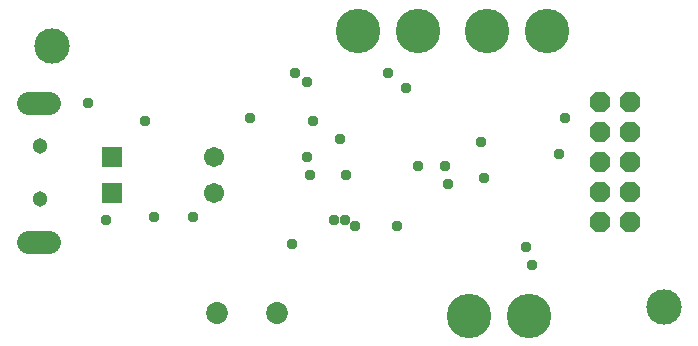
<source format=gbr>
G04 EAGLE Gerber RS-274X export*
G75*
%MOMM*%
%FSLAX34Y34*%
%LPD*%
%INSoldermask Bottom*%
%IPPOS*%
%AMOC8*
5,1,8,0,0,1.08239X$1,22.5*%
G01*
%ADD10R,1.711200X1.711200*%
%ADD11C,1.711200*%
%ADD12C,3.759200*%
%ADD13C,1.981200*%
%ADD14C,1.303200*%
%ADD15C,1.003200*%
%ADD16P,1.869504X8X292.500000*%
%ADD17C,1.854200*%
%ADD18C,3.003200*%
%ADD19C,0.959600*%


D10*
X91370Y134620D03*
D11*
X177870Y134620D03*
D10*
X91370Y165100D03*
D11*
X177870Y165100D03*
D12*
X459740Y271780D03*
X408940Y271780D03*
D13*
X38450Y210100D02*
X20670Y210100D01*
X20670Y93100D02*
X38450Y93100D01*
D14*
X30260Y174100D03*
X30260Y129100D03*
D15*
X33560Y93100D03*
X37560Y93100D03*
X25560Y93100D03*
X21560Y93100D03*
X33560Y210100D03*
X37560Y210100D03*
X25560Y210100D03*
X21560Y210100D03*
D12*
X444500Y30480D03*
X393700Y30480D03*
X299720Y271780D03*
X350520Y271780D03*
D16*
X504940Y211620D03*
X504940Y186220D03*
X504940Y160820D03*
X504940Y135420D03*
X504940Y110020D03*
X530340Y211620D03*
X530340Y186220D03*
X530340Y160820D03*
X530340Y135420D03*
X530340Y110020D03*
D17*
X231140Y33020D03*
X180340Y33020D03*
D18*
X40640Y259080D03*
X558800Y38100D03*
D19*
X127000Y114300D03*
X160020Y114300D03*
X256540Y165100D03*
X208280Y198120D03*
X71120Y210820D03*
X119380Y195580D03*
X284480Y180340D03*
X243840Y91440D03*
X86360Y111760D03*
X373380Y157480D03*
X350520Y157480D03*
X289560Y149860D03*
X259080Y149860D03*
X474980Y198120D03*
X469900Y167640D03*
X288488Y111760D03*
X403860Y177800D03*
X332740Y106680D03*
X406400Y147320D03*
X325120Y236220D03*
X246380Y236220D03*
X340360Y223520D03*
X256540Y228600D03*
X447040Y73660D03*
X297180Y106680D03*
X375920Y142240D03*
X261620Y195580D03*
X279400Y111760D03*
X441960Y88900D03*
M02*

</source>
